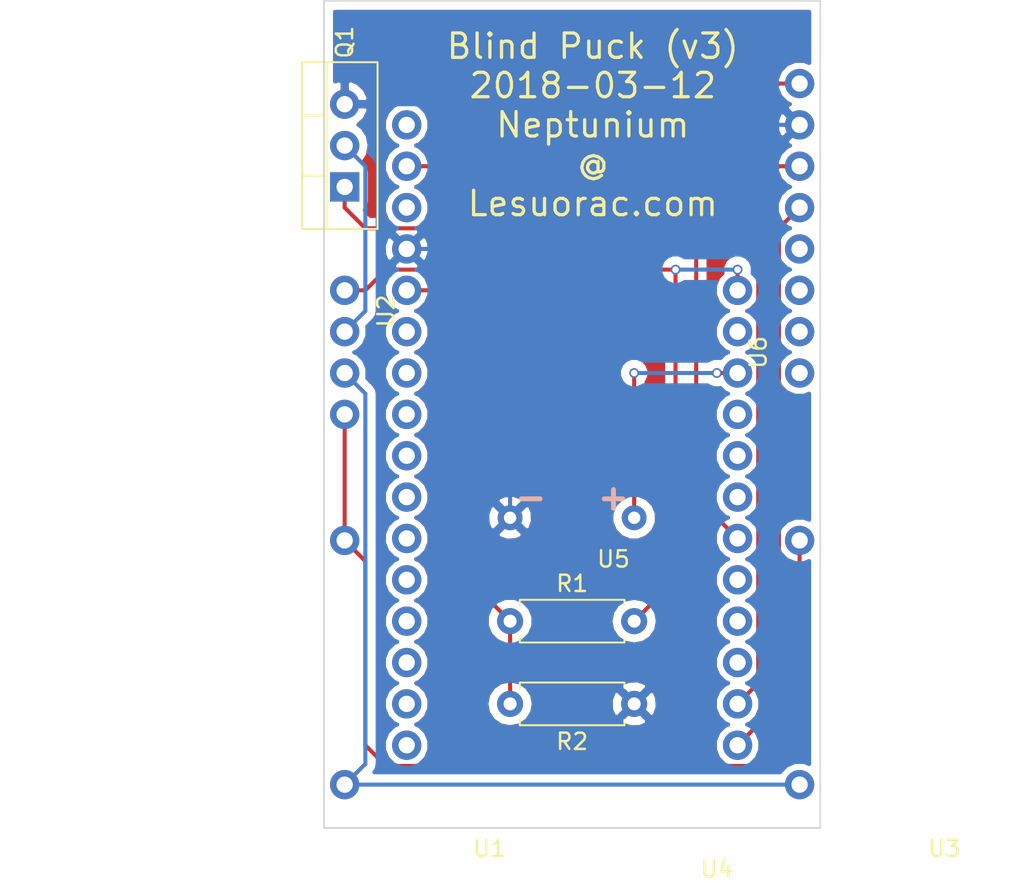
<source format=kicad_pcb>
(kicad_pcb (version 4) (host pcbnew 4.0.7)

  (general
    (links 18)
    (no_connects 0)
    (area 124.755 73.609999 187.995001 126.805)
    (thickness 1.6)
    (drawings 7)
    (tracks 60)
    (zones 0)
    (modules 9)
    (nets 30)
  )

  (page A4)
  (layers
    (0 F.Cu signal)
    (31 B.Cu signal)
    (32 B.Adhes user)
    (33 F.Adhes user)
    (34 B.Paste user)
    (35 F.Paste user)
    (36 B.SilkS user)
    (37 F.SilkS user)
    (38 B.Mask user)
    (39 F.Mask user)
    (40 Dwgs.User user)
    (41 Cmts.User user)
    (42 Eco1.User user)
    (43 Eco2.User user)
    (44 Edge.Cuts user)
    (45 Margin user)
    (46 B.CrtYd user)
    (47 F.CrtYd user)
    (48 B.Fab user)
    (49 F.Fab user)
  )

  (setup
    (last_trace_width 0.25)
    (trace_clearance 0.2)
    (zone_clearance 0.508)
    (zone_45_only no)
    (trace_min 0.2)
    (segment_width 0.1)
    (edge_width 0.1)
    (via_size 0.6)
    (via_drill 0.4)
    (via_min_size 0.4)
    (via_min_drill 0.3)
    (uvia_size 0.3)
    (uvia_drill 0.1)
    (uvias_allowed no)
    (uvia_min_size 0.2)
    (uvia_min_drill 0.1)
    (pcb_text_width 0.3)
    (pcb_text_size 1.5 1.5)
    (mod_edge_width 0.15)
    (mod_text_size 1 1)
    (mod_text_width 0.15)
    (pad_size 1.5 1.5)
    (pad_drill 0.6)
    (pad_to_mask_clearance 0)
    (aux_axis_origin 0 0)
    (visible_elements FFFFFF7F)
    (pcbplotparams
      (layerselection 0x00030_80000001)
      (usegerberextensions false)
      (excludeedgelayer true)
      (linewidth 0.100000)
      (plotframeref false)
      (viasonmask false)
      (mode 1)
      (useauxorigin false)
      (hpglpennumber 1)
      (hpglpenspeed 20)
      (hpglpendiameter 15)
      (hpglpenoverlay 2)
      (psnegative false)
      (psa4output false)
      (plotreference true)
      (plotvalue true)
      (plotinvisibletext false)
      (padsonsilk false)
      (subtractmaskfromsilk false)
      (outputformat 1)
      (mirror false)
      (drillshape 1)
      (scaleselection 1)
      (outputdirectory /Users/jeffrey.carter/Desktop/SAM/))
  )

  (net 0 "")
  (net 1 "/EN(12v)")
  (net 2 "Net-(Q1-Pad2)")
  (net 3 GND)
  (net 4 "Net-(R1-Pad1)")
  (net 5 /BATTERY)
  (net 6 /12v)
  (net 7 "/GND(12v)")
  (net 8 "Net-(U4-Pad1)")
  (net 9 /3v)
  (net 10 "Net-(U4-Pad11)")
  (net 11 "Net-(U4-Pad12)")
  (net 12 "Net-(U4-Pad13)")
  (net 13 "Net-(U4-Pad14)")
  (net 14 "Net-(U4-Pad15)")
  (net 15 "Net-(U4-Pad16)")
  (net 16 "Net-(U4-Pad17)")
  (net 17 "Net-(U4-Pad18)")
  (net 18 "Net-(U4-Pad19)")
  (net 19 "Net-(U4-Pad20)")
  (net 20 "Net-(U4-Pad21)")
  (net 21 "Net-(U4-Pad23)")
  (net 22 "Net-(U4-Pad24)")
  (net 23 "Net-(U4-Pad25)")
  (net 24 /5v)
  (net 25 "Net-(U4-Pad27)")
  (net 26 "Net-(U6-Pad5)")
  (net 27 "Net-(U6-Pad6)")
  (net 28 "Net-(U6-Pad7)")
  (net 29 "Net-(U6-Pad8)")

  (net_class Default "This is the default net class."
    (clearance 0.2)
    (trace_width 0.25)
    (via_dia 0.6)
    (via_drill 0.4)
    (uvia_dia 0.3)
    (uvia_drill 0.1)
    (add_net /12v)
    (add_net /3v)
    (add_net /5v)
    (add_net /BATTERY)
    (add_net "/EN(12v)")
    (add_net "/GND(12v)")
    (add_net GND)
    (add_net "Net-(Q1-Pad2)")
    (add_net "Net-(R1-Pad1)")
    (add_net "Net-(U4-Pad1)")
    (add_net "Net-(U4-Pad11)")
    (add_net "Net-(U4-Pad12)")
    (add_net "Net-(U4-Pad13)")
    (add_net "Net-(U4-Pad14)")
    (add_net "Net-(U4-Pad15)")
    (add_net "Net-(U4-Pad16)")
    (add_net "Net-(U4-Pad17)")
    (add_net "Net-(U4-Pad18)")
    (add_net "Net-(U4-Pad19)")
    (add_net "Net-(U4-Pad20)")
    (add_net "Net-(U4-Pad21)")
    (add_net "Net-(U4-Pad23)")
    (add_net "Net-(U4-Pad24)")
    (add_net "Net-(U4-Pad25)")
    (add_net "Net-(U4-Pad27)")
    (add_net "Net-(U6-Pad5)")
    (add_net "Net-(U6-Pad6)")
    (add_net "Net-(U6-Pad7)")
    (add_net "Net-(U6-Pad8)")
  )

  (module Resistors_THT:R_Axial_DIN0207_L6.3mm_D2.5mm_P7.62mm_Horizontal (layer F.Cu) (tedit 5874F706) (tstamp 5A977C64)
    (at 163.83 116.84 180)
    (descr "Resistor, Axial_DIN0207 series, Axial, Horizontal, pin pitch=7.62mm, 0.25W = 1/4W, length*diameter=6.3*2.5mm^2, http://cdn-reichelt.de/documents/datenblatt/B400/1_4W%23YAG.pdf")
    (tags "Resistor Axial_DIN0207 series Axial Horizontal pin pitch 7.62mm 0.25W = 1/4W length 6.3mm diameter 2.5mm")
    (path /5A96F46B)
    (fp_text reference R2 (at 3.81 -2.31 180) (layer F.SilkS)
      (effects (font (size 1 1) (thickness 0.15)))
    )
    (fp_text value 1M (at 3.81 2.31 180) (layer F.Fab)
      (effects (font (size 1 1) (thickness 0.15)))
    )
    (fp_line (start 0.66 -1.25) (end 0.66 1.25) (layer F.Fab) (width 0.1))
    (fp_line (start 0.66 1.25) (end 6.96 1.25) (layer F.Fab) (width 0.1))
    (fp_line (start 6.96 1.25) (end 6.96 -1.25) (layer F.Fab) (width 0.1))
    (fp_line (start 6.96 -1.25) (end 0.66 -1.25) (layer F.Fab) (width 0.1))
    (fp_line (start 0 0) (end 0.66 0) (layer F.Fab) (width 0.1))
    (fp_line (start 7.62 0) (end 6.96 0) (layer F.Fab) (width 0.1))
    (fp_line (start 0.6 -0.98) (end 0.6 -1.31) (layer F.SilkS) (width 0.12))
    (fp_line (start 0.6 -1.31) (end 7.02 -1.31) (layer F.SilkS) (width 0.12))
    (fp_line (start 7.02 -1.31) (end 7.02 -0.98) (layer F.SilkS) (width 0.12))
    (fp_line (start 0.6 0.98) (end 0.6 1.31) (layer F.SilkS) (width 0.12))
    (fp_line (start 0.6 1.31) (end 7.02 1.31) (layer F.SilkS) (width 0.12))
    (fp_line (start 7.02 1.31) (end 7.02 0.98) (layer F.SilkS) (width 0.12))
    (fp_line (start -1.05 -1.6) (end -1.05 1.6) (layer F.CrtYd) (width 0.05))
    (fp_line (start -1.05 1.6) (end 8.7 1.6) (layer F.CrtYd) (width 0.05))
    (fp_line (start 8.7 1.6) (end 8.7 -1.6) (layer F.CrtYd) (width 0.05))
    (fp_line (start 8.7 -1.6) (end -1.05 -1.6) (layer F.CrtYd) (width 0.05))
    (pad 1 thru_hole circle (at 0 0 180) (size 1.6 1.6) (drill 0.8) (layers *.Cu *.Mask)
      (net 3 GND))
    (pad 2 thru_hole oval (at 7.62 0 180) (size 1.6 1.6) (drill 0.8) (layers *.Cu *.Mask)
      (net 4 "Net-(R1-Pad1)"))
    (model ${KISYS3DMOD}/Resistors_THT.3dshapes/R_Axial_DIN0207_L6.3mm_D2.5mm_P7.62mm_Horizontal.wrl
      (at (xyz 0 0 0))
      (scale (xyz 0.393701 0.393701 0.393701))
      (rotate (xyz 0 0 0))
    )
  )

  (module Resistors_THT:R_Axial_DIN0207_L6.3mm_D2.5mm_P7.62mm_Horizontal (layer F.Cu) (tedit 5874F706) (tstamp 5A977C5E)
    (at 156.21 111.76)
    (descr "Resistor, Axial_DIN0207 series, Axial, Horizontal, pin pitch=7.62mm, 0.25W = 1/4W, length*diameter=6.3*2.5mm^2, http://cdn-reichelt.de/documents/datenblatt/B400/1_4W%23YAG.pdf")
    (tags "Resistor Axial_DIN0207 series Axial Horizontal pin pitch 7.62mm 0.25W = 1/4W length 6.3mm diameter 2.5mm")
    (path /5A96F3B1)
    (fp_text reference R1 (at 3.81 -2.31) (layer F.SilkS)
      (effects (font (size 1 1) (thickness 0.15)))
    )
    (fp_text value 4M (at 3.81 2.31) (layer F.Fab)
      (effects (font (size 1 1) (thickness 0.15)))
    )
    (fp_line (start 0.66 -1.25) (end 0.66 1.25) (layer F.Fab) (width 0.1))
    (fp_line (start 0.66 1.25) (end 6.96 1.25) (layer F.Fab) (width 0.1))
    (fp_line (start 6.96 1.25) (end 6.96 -1.25) (layer F.Fab) (width 0.1))
    (fp_line (start 6.96 -1.25) (end 0.66 -1.25) (layer F.Fab) (width 0.1))
    (fp_line (start 0 0) (end 0.66 0) (layer F.Fab) (width 0.1))
    (fp_line (start 7.62 0) (end 6.96 0) (layer F.Fab) (width 0.1))
    (fp_line (start 0.6 -0.98) (end 0.6 -1.31) (layer F.SilkS) (width 0.12))
    (fp_line (start 0.6 -1.31) (end 7.02 -1.31) (layer F.SilkS) (width 0.12))
    (fp_line (start 7.02 -1.31) (end 7.02 -0.98) (layer F.SilkS) (width 0.12))
    (fp_line (start 0.6 0.98) (end 0.6 1.31) (layer F.SilkS) (width 0.12))
    (fp_line (start 0.6 1.31) (end 7.02 1.31) (layer F.SilkS) (width 0.12))
    (fp_line (start 7.02 1.31) (end 7.02 0.98) (layer F.SilkS) (width 0.12))
    (fp_line (start -1.05 -1.6) (end -1.05 1.6) (layer F.CrtYd) (width 0.05))
    (fp_line (start -1.05 1.6) (end 8.7 1.6) (layer F.CrtYd) (width 0.05))
    (fp_line (start 8.7 1.6) (end 8.7 -1.6) (layer F.CrtYd) (width 0.05))
    (fp_line (start 8.7 -1.6) (end -1.05 -1.6) (layer F.CrtYd) (width 0.05))
    (pad 1 thru_hole circle (at 0 0) (size 1.6 1.6) (drill 0.8) (layers *.Cu *.Mask)
      (net 4 "Net-(R1-Pad1)"))
    (pad 2 thru_hole oval (at 7.62 0) (size 1.6 1.6) (drill 0.8) (layers *.Cu *.Mask)
      (net 5 /BATTERY))
    (model ${KISYS3DMOD}/Resistors_THT.3dshapes/R_Axial_DIN0207_L6.3mm_D2.5mm_P7.62mm_Horizontal.wrl
      (at (xyz 0 0 0))
      (scale (xyz 0.393701 0.393701 0.393701))
      (rotate (xyz 0 0 0))
    )
  )

  (module TO_SOT_Packages_THT:TO-220-3_Vertical (layer F.Cu) (tedit 5A9790BA) (tstamp 5A977C58)
    (at 146.05 85.09 90)
    (descr "TO-220-3, Vertical, RM 2.54mm")
    (tags "TO-220-3 Vertical RM 2.54mm")
    (path /5A97569B)
    (fp_text reference Q1 (at 8.89 0 90) (layer F.SilkS)
      (effects (font (size 1 1) (thickness 0.15)))
    )
    (fp_text value FQP30N06 (at 2.54 3.92 90) (layer F.Fab)
      (effects (font (size 1 1) (thickness 0.15)))
    )
    (fp_text user %R (at 2.54 -3.62 90) (layer F.Fab)
      (effects (font (size 1 1) (thickness 0.15)))
    )
    (fp_line (start -2.46 -2.5) (end -2.46 1.9) (layer F.Fab) (width 0.1))
    (fp_line (start -2.46 1.9) (end 7.54 1.9) (layer F.Fab) (width 0.1))
    (fp_line (start 7.54 1.9) (end 7.54 -2.5) (layer F.Fab) (width 0.1))
    (fp_line (start 7.54 -2.5) (end -2.46 -2.5) (layer F.Fab) (width 0.1))
    (fp_line (start -2.46 -1.23) (end 7.54 -1.23) (layer F.Fab) (width 0.1))
    (fp_line (start 0.69 -2.5) (end 0.69 -1.23) (layer F.Fab) (width 0.1))
    (fp_line (start 4.39 -2.5) (end 4.39 -1.23) (layer F.Fab) (width 0.1))
    (fp_line (start -2.58 -2.62) (end 7.66 -2.62) (layer F.SilkS) (width 0.12))
    (fp_line (start -2.58 2.021) (end 7.66 2.021) (layer F.SilkS) (width 0.12))
    (fp_line (start -2.58 -2.62) (end -2.58 2.021) (layer F.SilkS) (width 0.12))
    (fp_line (start 7.66 -2.62) (end 7.66 2.021) (layer F.SilkS) (width 0.12))
    (fp_line (start -2.58 -1.11) (end 7.66 -1.11) (layer F.SilkS) (width 0.12))
    (fp_line (start 0.69 -2.62) (end 0.69 -1.11) (layer F.SilkS) (width 0.12))
    (fp_line (start 4.391 -2.62) (end 4.391 -1.11) (layer F.SilkS) (width 0.12))
    (fp_line (start -2.71 -2.75) (end -2.71 2.16) (layer F.CrtYd) (width 0.05))
    (fp_line (start -2.71 2.16) (end 7.79 2.16) (layer F.CrtYd) (width 0.05))
    (fp_line (start 7.79 2.16) (end 7.79 -2.75) (layer F.CrtYd) (width 0.05))
    (fp_line (start 7.79 -2.75) (end -2.71 -2.75) (layer F.CrtYd) (width 0.05))
    (pad 1 thru_hole rect (at 0 0 90) (size 1.8 1.8) (drill 1) (layers *.Cu *.Mask)
      (net 1 "/EN(12v)"))
    (pad 2 thru_hole oval (at 2.54 0 90) (size 1.8 1.8) (drill 1) (layers *.Cu *.Mask)
      (net 2 "Net-(Q1-Pad2)"))
    (pad 3 thru_hole oval (at 5.08 0 90) (size 1.8 1.8) (drill 1) (layers *.Cu *.Mask)
      (net 3 GND))
    (model ${KISYS3DMOD}/TO_SOT_Packages_THT.3dshapes/TO-220-3_Vertical.wrl
      (at (xyz 0.1 0 0))
      (scale (xyz 0.393701 0.393701 0.393701))
      (rotate (xyz 0 0 0))
    )
  )

  (module BlindPuck:DD06AJSA (layer F.Cu) (tedit 5AA70ADB) (tstamp 5A977C73)
    (at 147.32 100.33 90)
    (path /5A96E7B0)
    (fp_text reference U2 (at 7.62 1.27 90) (layer F.SilkS)
      (effects (font (size 1 1) (thickness 0.15)))
    )
    (fp_text value DD06AJSA (at 5.08 -21.59 90) (layer F.Fab)
      (effects (font (size 1 1) (thickness 0.15)))
    )
    (fp_line (start 10.16 0) (end 10.16 -20) (layer F.Fab) (width 0.15))
    (fp_line (start 0 -20) (end 10.16 -20) (layer F.Fab) (width 0.15))
    (fp_line (start 0 0) (end 10.16 0) (layer F.Fab) (width 0.15))
    (fp_line (start 0 0) (end 0 -20) (layer F.Fab) (width 0.15))
    (pad 1 thru_hole circle (at 1.27 -1.27 90) (size 1.8 1.8) (drill 1) (layers *.Cu *.Mask)
      (net 6 /12v))
    (pad 2 thru_hole circle (at 3.81 -1.27 90) (size 1.8 1.8) (drill 1) (layers *.Cu *.Mask)
      (net 7 "/GND(12v)"))
    (pad 3 thru_hole circle (at 6.35 -1.27 90) (size 1.8 1.8) (drill 1) (layers *.Cu *.Mask)
      (net 2 "Net-(Q1-Pad2)"))
    (pad 4 thru_hole circle (at 8.89 -1.27 90) (size 1.8 1.8) (drill 1) (layers *.Cu *.Mask)
      (net 5 /BATTERY))
  )

  (module BlindPuck:21N30P (layer F.Cu) (tedit 5AA70AA4) (tstamp 5A977C7A)
    (at 173.99 114.3)
    (path /5A96E945)
    (fp_text reference U3 (at 8.89 11.43) (layer F.SilkS)
      (effects (font (size 1 1) (thickness 0.15)))
    )
    (fp_text value PK-21N30P-TPQ (at 0 -13.97) (layer F.Fab)
      (effects (font (size 1 1) (thickness 0.15)))
    )
    (fp_circle (center 0 0) (end 0 12) (layer F.Fab) (width 0.15))
    (pad 1 thru_hole circle (at 0 -7.5) (size 1.8 1.8) (drill 1) (layers *.Cu *.Mask)
      (net 6 /12v))
    (pad 2 thru_hole circle (at 0 7.5) (size 1.8 1.8) (drill 1) (layers *.Cu *.Mask)
      (net 7 "/GND(12v)"))
  )

  (module BlindPuck:21N30P (layer F.Cu) (tedit 5AA70AA4) (tstamp 5A977C6B)
    (at 146.05 114.3)
    (path /5A96E8EF)
    (fp_text reference U1 (at 8.89 11.43) (layer F.SilkS)
      (effects (font (size 1 1) (thickness 0.15)))
    )
    (fp_text value PK-21N30P-TPQ (at 0 -13.97) (layer F.Fab)
      (effects (font (size 1 1) (thickness 0.15)))
    )
    (fp_circle (center 0 0) (end 0 12) (layer F.Fab) (width 0.15))
    (pad 1 thru_hole circle (at 0 -7.5) (size 1.8 1.8) (drill 1) (layers *.Cu *.Mask)
      (net 6 /12v))
    (pad 2 thru_hole circle (at 0 7.5) (size 1.8 1.8) (drill 1) (layers *.Cu *.Mask)
      (net 7 "/GND(12v)"))
  )

  (module BlindPuck:MPU6050 (layer F.Cu) (tedit 5AA70D3A) (tstamp 5A977CAC)
    (at 172.72 77.47 270)
    (path /5A96E8AB)
    (fp_text reference U6 (at 17.78 1.27 270) (layer F.SilkS)
      (effects (font (size 1 1) (thickness 0.15)))
    )
    (fp_text value MPU-6050 (at 10.16 -13.97 270) (layer F.Fab)
      (effects (font (size 1 1) (thickness 0.15)))
    )
    (fp_line (start 20 0) (end 20 -15) (layer F.Fab) (width 0.15))
    (fp_line (start 0 -15) (end 20 -15) (layer F.Fab) (width 0.15))
    (fp_line (start 0 0) (end 0 -15) (layer F.Fab) (width 0.15))
    (fp_line (start 0 0) (end 20 0) (layer F.Fab) (width 0.15))
    (pad 1 thru_hole circle (at 1.27 -1.27 270) (size 1.8 1.8) (drill 1) (layers *.Cu *.Mask)
      (net 9 /3v))
    (pad 2 thru_hole circle (at 3.81 -1.27 270) (size 1.8 1.8) (drill 1) (layers *.Cu *.Mask)
      (net 3 GND))
    (pad 3 thru_hole circle (at 6.35 -1.27 270) (size 1.8 1.8) (drill 1) (layers *.Cu *.Mask)
      (net 17 "Net-(U4-Pad18)"))
    (pad 4 thru_hole circle (at 8.89 -1.27 270) (size 1.8 1.8) (drill 1) (layers *.Cu *.Mask)
      (net 16 "Net-(U4-Pad17)"))
    (pad 5 thru_hole circle (at 11.43 -1.27 270) (size 1.8 1.8) (drill 1) (layers *.Cu *.Mask)
      (net 26 "Net-(U6-Pad5)"))
    (pad 6 thru_hole circle (at 13.97 -1.27 270) (size 1.8 1.8) (drill 1) (layers *.Cu *.Mask)
      (net 27 "Net-(U6-Pad6)"))
    (pad 7 thru_hole circle (at 16.51 -1.27 270) (size 1.8 1.8) (drill 1) (layers *.Cu *.Mask)
      (net 28 "Net-(U6-Pad7)"))
    (pad 8 thru_hole circle (at 19.05 -1.27 270) (size 1.8 1.8) (drill 1) (layers *.Cu *.Mask)
      (net 29 "Net-(U6-Pad8)"))
  )

  (module "BlindPuck:InductiveCoils(Rx)" (layer F.Cu) (tedit 5A979006) (tstamp 5A977CA0)
    (at 154.94 106.68)
    (path /5A970AC3)
    (fp_text reference U5 (at 7.62 1.27) (layer F.SilkS)
      (effects (font (size 1 1) (thickness 0.15)))
    )
    (fp_text value InductiveCoil (at 5.08 -25.4) (layer F.Fab)
      (effects (font (size 1 1) (thickness 0.15)))
    )
    (fp_line (start 0 0) (end 9.8 0) (layer F.Fab) (width 0.15))
    (fp_line (start 0 -24.13) (end 0 0) (layer F.Fab) (width 0.15))
    (fp_line (start 9.8 -24.13) (end 9.8 0.07) (layer F.Fab) (width 0.15))
    (fp_line (start 0 -24.13) (end 9.8 -24.13) (layer F.Fab) (width 0.15))
    (pad 1 thru_hole circle (at 8.89 -1.27) (size 1.524 1.524) (drill 0.762) (layers *.Cu *.Mask)
      (net 24 /5v))
    (pad 2 thru_hole circle (at 1.27 -1.27) (size 1.524 1.524) (drill 0.762) (layers *.Cu *.Mask)
      (net 3 GND))
  )

  (module BlindPuck:Feather (layer F.Cu) (tedit 5AA70C2C) (tstamp 5A977C9A)
    (at 148.59 111.76)
    (path /5A9761C2)
    (fp_text reference U4 (at 20.32 15.24) (layer F.SilkS)
      (effects (font (size 1 1) (thickness 0.15)))
    )
    (fp_text value FeatherHuzzah (at 11.43 -35.56 180) (layer F.Fab)
      (effects (font (size 1 1) (thickness 0.15)))
    )
    (fp_line (start 0 13.97) (end 0 -36.83) (layer F.Fab) (width 0.15))
    (fp_line (start 22.86 13.97) (end 0 13.97) (layer F.Fab) (width 0.15))
    (fp_line (start 0 -36.83) (end 22.86 -36.83) (layer F.Fab) (width 0.15))
    (fp_line (start 22.86 -36.83) (end 22.86 13.97) (layer F.Fab) (width 0.15))
    (pad 1 thru_hole circle (at 1.27 -30.48) (size 1.8 1.8) (drill 1) (layers *.Cu *.Mask)
      (net 8 "Net-(U4-Pad1)"))
    (pad 2 thru_hole circle (at 1.27 -27.94) (size 1.8 1.8) (drill 1) (layers *.Cu *.Mask)
      (net 9 /3v))
    (pad 3 thru_hole circle (at 1.27 -25.4) (size 1.8 1.8) (drill 1) (layers *.Cu *.Mask))
    (pad 4 thru_hole circle (at 1.27 -22.86) (size 1.8 1.8) (drill 1) (layers *.Cu *.Mask)
      (net 3 GND))
    (pad 5 thru_hole circle (at 1.27 -20.32) (size 1.8 1.8) (drill 1) (layers *.Cu *.Mask)
      (net 4 "Net-(R1-Pad1)"))
    (pad 6 thru_hole circle (at 1.27 -17.78) (size 1.8 1.8) (drill 1) (layers *.Cu *.Mask))
    (pad 7 thru_hole circle (at 1.27 -15.24) (size 1.8 1.8) (drill 1) (layers *.Cu *.Mask))
    (pad 8 thru_hole circle (at 1.27 -12.7) (size 1.8 1.8) (drill 1) (layers *.Cu *.Mask))
    (pad 9 thru_hole circle (at 1.27 -10.16) (size 1.8 1.8) (drill 1) (layers *.Cu *.Mask))
    (pad 10 thru_hole circle (at 1.27 -7.62) (size 1.8 1.8) (drill 1) (layers *.Cu *.Mask))
    (pad 11 thru_hole circle (at 1.27 -5.08) (size 1.8 1.8) (drill 1) (layers *.Cu *.Mask)
      (net 10 "Net-(U4-Pad11)"))
    (pad 12 thru_hole circle (at 1.27 -2.54) (size 1.8 1.8) (drill 1) (layers *.Cu *.Mask)
      (net 11 "Net-(U4-Pad12)"))
    (pad 13 thru_hole circle (at 1.27 0) (size 1.8 1.8) (drill 1) (layers *.Cu *.Mask)
      (net 12 "Net-(U4-Pad13)"))
    (pad 14 thru_hole circle (at 1.27 2.54) (size 1.8 1.8) (drill 1) (layers *.Cu *.Mask)
      (net 13 "Net-(U4-Pad14)"))
    (pad 15 thru_hole circle (at 1.27 5.08) (size 1.8 1.8) (drill 1) (layers *.Cu *.Mask)
      (net 14 "Net-(U4-Pad15)"))
    (pad 16 thru_hole circle (at 1.27 7.62) (size 1.8 1.8) (drill 1) (layers *.Cu *.Mask)
      (net 15 "Net-(U4-Pad16)"))
    (pad 17 thru_hole circle (at 21.59 7.62) (size 1.8 1.8) (drill 1) (layers *.Cu *.Mask)
      (net 16 "Net-(U4-Pad17)"))
    (pad 18 thru_hole circle (at 21.59 5.08) (size 1.8 1.8) (drill 1) (layers *.Cu *.Mask)
      (net 17 "Net-(U4-Pad18)"))
    (pad 19 thru_hole circle (at 21.59 2.54) (size 1.8 1.8) (drill 1) (layers *.Cu *.Mask)
      (net 18 "Net-(U4-Pad19)"))
    (pad 20 thru_hole circle (at 21.59 0) (size 1.8 1.8) (drill 1) (layers *.Cu *.Mask)
      (net 19 "Net-(U4-Pad20)"))
    (pad 21 thru_hole circle (at 21.59 -2.54) (size 1.8 1.8) (drill 1) (layers *.Cu *.Mask)
      (net 20 "Net-(U4-Pad21)"))
    (pad 22 thru_hole circle (at 21.59 -5.08) (size 1.8 1.8) (drill 1) (layers *.Cu *.Mask)
      (net 1 "/EN(12v)"))
    (pad 23 thru_hole circle (at 21.59 -7.62) (size 1.8 1.8) (drill 1) (layers *.Cu *.Mask)
      (net 21 "Net-(U4-Pad23)"))
    (pad 24 thru_hole circle (at 21.59 -10.16) (size 1.8 1.8) (drill 1) (layers *.Cu *.Mask)
      (net 22 "Net-(U4-Pad24)"))
    (pad 25 thru_hole circle (at 21.59 -12.7) (size 1.8 1.8) (drill 1) (layers *.Cu *.Mask)
      (net 23 "Net-(U4-Pad25)"))
    (pad 26 thru_hole circle (at 21.59 -15.24) (size 1.8 1.8) (drill 1) (layers *.Cu *.Mask)
      (net 24 /5v))
    (pad 27 thru_hole circle (at 21.59 -17.78) (size 1.8 1.8) (drill 1) (layers *.Cu *.Mask)
      (net 25 "Net-(U4-Pad27)"))
    (pad 28 thru_hole circle (at 21.59 -20.32) (size 1.8 1.8) (drill 1) (layers *.Cu *.Mask)
      (net 5 /BATTERY))
  )

  (gr_text + (at 162.56 104.14) (layer B.SilkS)
    (effects (font (size 1.5 1.5) (thickness 0.3)))
  )
  (gr_text - (at 157.48 104.14) (layer B.SilkS)
    (effects (font (size 1.5 1.5) (thickness 0.3)))
  )
  (gr_text "Blind Puck (v3)\n2018-03-12\nNeptunium\n@\nLesuorac.com" (at 161.29 81.28) (layer F.SilkS)
    (effects (font (size 1.5 1.5) (thickness 0.2)))
  )
  (gr_line (start 144.78 124.46) (end 144.78 73.66) (angle 90) (layer Edge.Cuts) (width 0.1))
  (gr_line (start 175.26 124.46) (end 175.26 73.66) (angle 90) (layer Edge.Cuts) (width 0.1))
  (gr_line (start 144.78 124.46) (end 175.26 124.46) (angle 90) (layer Edge.Cuts) (width 0.1))
  (gr_line (start 175.26 73.66) (end 144.78 73.66) (angle 90) (layer Edge.Cuts) (width 0.1))

  (segment (start 146.05 85.09) (end 146.05 86.36) (width 0.25) (layer F.Cu) (net 1))
  (segment (start 167.64 104.14) (end 170.18 106.68) (width 0.25) (layer F.Cu) (net 1) (tstamp 5A9782C3))
  (segment (start 167.64 88.9) (end 167.64 104.14) (width 0.25) (layer F.Cu) (net 1) (tstamp 5A9782BF))
  (segment (start 166.37 87.63) (end 167.64 88.9) (width 0.25) (layer F.Cu) (net 1) (tstamp 5A9782BE))
  (segment (start 147.32 87.63) (end 166.37 87.63) (width 0.25) (layer F.Cu) (net 1) (tstamp 5A9782BC))
  (segment (start 146.05 86.36) (end 147.32 87.63) (width 0.25) (layer F.Cu) (net 1) (tstamp 5A9782B2))
  (segment (start 146.05 93.98) (end 147.32 92.71) (width 0.25) (layer B.Cu) (net 2))
  (segment (start 147.32 83.82) (end 146.05 82.55) (width 0.25) (layer B.Cu) (net 2) (tstamp 5A9782AA))
  (segment (start 147.32 92.71) (end 147.32 83.82) (width 0.25) (layer B.Cu) (net 2) (tstamp 5A9782A4))
  (segment (start 149.86 88.9) (end 160.02 88.9) (width 0.25) (layer B.Cu) (net 3))
  (segment (start 161.29 114.3) (end 163.83 116.84) (width 0.25) (layer B.Cu) (net 3) (tstamp 5A978354))
  (segment (start 161.29 90.17) (end 161.29 114.3) (width 0.25) (layer B.Cu) (net 3) (tstamp 5A978351))
  (segment (start 160.02 88.9) (end 161.29 90.17) (width 0.25) (layer B.Cu) (net 3) (tstamp 5A978349))
  (segment (start 149.86 88.9) (end 156.21 88.9) (width 0.25) (layer B.Cu) (net 3))
  (segment (start 173.99 81.28) (end 172.72 81.28) (width 0.25) (layer B.Cu) (net 3))
  (segment (start 171.45 80.01) (end 156.21 80.01) (width 0.25) (layer B.Cu) (net 3) (tstamp 5A9782F9))
  (segment (start 172.72 81.28) (end 171.45 80.01) (width 0.25) (layer B.Cu) (net 3) (tstamp 5A9782F4))
  (segment (start 146.05 80.01) (end 156.21 80.01) (width 0.25) (layer B.Cu) (net 3))
  (segment (start 156.21 80.01) (end 156.21 88.9) (width 0.25) (layer B.Cu) (net 3) (tstamp 5A9782DF))
  (segment (start 156.21 88.9) (end 156.21 105.41) (width 0.25) (layer B.Cu) (net 3) (tstamp 5A978347))
  (segment (start 156.21 116.84) (end 156.21 111.76) (width 0.25) (layer F.Cu) (net 4))
  (segment (start 149.86 91.44) (end 152.4 91.44) (width 0.25) (layer F.Cu) (net 4))
  (segment (start 153.67 109.22) (end 156.21 111.76) (width 0.25) (layer F.Cu) (net 4) (tstamp 5A97836B))
  (segment (start 153.67 92.71) (end 153.67 109.22) (width 0.25) (layer F.Cu) (net 4) (tstamp 5A978367))
  (segment (start 152.4 91.44) (end 153.67 92.71) (width 0.25) (layer F.Cu) (net 4) (tstamp 5A97835E))
  (segment (start 166.37 90.17) (end 166.37 109.22) (width 0.25) (layer F.Cu) (net 5))
  (segment (start 166.37 109.22) (end 163.83 111.76) (width 0.25) (layer F.Cu) (net 5) (tstamp 5A97831F))
  (segment (start 170.18 91.44) (end 170.18 90.17) (width 0.25) (layer F.Cu) (net 5))
  (segment (start 147.32 91.44) (end 146.05 91.44) (width 0.25) (layer F.Cu) (net 5) (tstamp 5A978318))
  (segment (start 148.59 90.17) (end 147.32 91.44) (width 0.25) (layer F.Cu) (net 5) (tstamp 5A978317))
  (segment (start 166.37 90.17) (end 148.59 90.17) (width 0.25) (layer F.Cu) (net 5) (tstamp 5A978316))
  (via (at 166.37 90.17) (size 0.6) (drill 0.4) (layers F.Cu B.Cu) (net 5))
  (segment (start 170.18 90.17) (end 166.37 90.17) (width 0.25) (layer B.Cu) (net 5) (tstamp 5A978313))
  (via (at 170.18 90.17) (size 0.6) (drill 0.4) (layers F.Cu B.Cu) (net 5))
  (segment (start 146.05 106.8) (end 146.05 99.06) (width 0.25) (layer F.Cu) (net 6))
  (segment (start 173.99 106.8) (end 173.99 119.38) (width 0.25) (layer F.Cu) (net 6))
  (segment (start 147.32 108.07) (end 146.05 106.8) (width 0.25) (layer F.Cu) (net 6) (tstamp 5A97825E))
  (segment (start 147.32 119.38) (end 147.32 108.07) (width 0.25) (layer F.Cu) (net 6) (tstamp 5A97825C))
  (segment (start 148.59 120.65) (end 147.32 119.38) (width 0.25) (layer F.Cu) (net 6) (tstamp 5A978252))
  (segment (start 172.72 120.65) (end 148.59 120.65) (width 0.25) (layer F.Cu) (net 6) (tstamp 5A978251))
  (segment (start 173.99 119.38) (end 172.72 120.65) (width 0.25) (layer F.Cu) (net 6) (tstamp 5A97824F))
  (segment (start 146.05 96.52) (end 147.32 97.79) (width 0.25) (layer B.Cu) (net 7))
  (segment (start 147.32 120.53) (end 146.05 121.8) (width 0.25) (layer B.Cu) (net 7) (tstamp 5A978289))
  (segment (start 147.32 97.79) (end 147.32 120.53) (width 0.25) (layer B.Cu) (net 7) (tstamp 5A978285))
  (segment (start 173.99 121.8) (end 146.05 121.8) (width 0.25) (layer B.Cu) (net 7))
  (segment (start 149.86 83.82) (end 167.64 83.82) (width 0.25) (layer F.Cu) (net 9))
  (segment (start 172.72 78.74) (end 173.99 78.74) (width 0.25) (layer F.Cu) (net 9) (tstamp 5A978306))
  (segment (start 167.64 83.82) (end 172.72 78.74) (width 0.25) (layer F.Cu) (net 9) (tstamp 5A978303))
  (segment (start 173.99 86.36) (end 172.72 87.63) (width 0.25) (layer F.Cu) (net 16))
  (segment (start 172.72 116.84) (end 170.18 119.38) (width 0.25) (layer F.Cu) (net 16) (tstamp 5A978146))
  (segment (start 172.72 87.63) (end 172.72 116.84) (width 0.25) (layer F.Cu) (net 16) (tstamp 5A978144))
  (segment (start 173.99 83.82) (end 172.72 83.82) (width 0.25) (layer F.Cu) (net 17))
  (segment (start 171.45 115.57) (end 170.18 116.84) (width 0.25) (layer F.Cu) (net 17) (tstamp 5A978140))
  (segment (start 171.45 85.09) (end 171.45 115.57) (width 0.25) (layer F.Cu) (net 17) (tstamp 5A97813C))
  (segment (start 172.72 83.82) (end 171.45 85.09) (width 0.25) (layer F.Cu) (net 17) (tstamp 5A978130))
  (segment (start 170.18 96.52) (end 168.91 96.52) (width 0.25) (layer F.Cu) (net 24))
  (segment (start 163.83 96.52) (end 163.83 105.41) (width 0.25) (layer F.Cu) (net 24) (tstamp 5A978333))
  (via (at 163.83 96.52) (size 0.6) (drill 0.4) (layers F.Cu B.Cu) (net 24))
  (segment (start 168.91 96.52) (end 163.83 96.52) (width 0.25) (layer B.Cu) (net 24) (tstamp 5A97832E))
  (via (at 168.91 96.52) (size 0.6) (drill 0.4) (layers F.Cu B.Cu) (net 24))

  (zone (net 3) (net_name GND) (layer B.Cu) (tstamp 5A978416) (hatch edge 0.508)
    (connect_pads (clearance 0.508))
    (min_thickness 0.254)
    (fill yes (arc_segments 16) (thermal_gap 0.508) (thermal_bridge_width 0.508))
    (polygon
      (pts
        (xy 175.26 124.46) (xy 144.78 124.46) (xy 144.78 73.66) (xy 175.26 73.66)
      )
    )
    (filled_polygon
      (pts
        (xy 174.575 77.470264) (xy 174.2691 77.343243) (xy 173.713339 77.342758) (xy 173.199697 77.55499) (xy 172.806371 77.94763)
        (xy 172.593243 78.4609) (xy 172.592758 79.016661) (xy 172.80499 79.530303) (xy 173.19763 79.923629) (xy 173.389727 80.003395)
        (xy 173.258857 80.057603) (xy 173.189392 80.299787) (xy 173.99 81.100395) (xy 174.004143 81.086253) (xy 174.183748 81.265858)
        (xy 174.169605 81.28) (xy 174.183748 81.294143) (xy 174.004143 81.473748) (xy 173.99 81.459605) (xy 173.189392 82.260213)
        (xy 173.258857 82.502397) (xy 173.399318 82.552509) (xy 173.199697 82.63499) (xy 172.806371 83.02763) (xy 172.593243 83.5409)
        (xy 172.592758 84.096661) (xy 172.80499 84.610303) (xy 173.19763 85.003629) (xy 173.405512 85.089949) (xy 173.199697 85.17499)
        (xy 172.806371 85.56763) (xy 172.593243 86.0809) (xy 172.592758 86.636661) (xy 172.80499 87.150303) (xy 173.19763 87.543629)
        (xy 173.405512 87.629949) (xy 173.199697 87.71499) (xy 172.806371 88.10763) (xy 172.593243 88.6209) (xy 172.592758 89.176661)
        (xy 172.80499 89.690303) (xy 173.19763 90.083629) (xy 173.405512 90.169949) (xy 173.199697 90.25499) (xy 172.806371 90.64763)
        (xy 172.593243 91.1609) (xy 172.592758 91.716661) (xy 172.80499 92.230303) (xy 173.19763 92.623629) (xy 173.405512 92.709949)
        (xy 173.199697 92.79499) (xy 172.806371 93.18763) (xy 172.593243 93.7009) (xy 172.592758 94.256661) (xy 172.80499 94.770303)
        (xy 173.19763 95.163629) (xy 173.405512 95.249949) (xy 173.199697 95.33499) (xy 172.806371 95.72763) (xy 172.593243 96.2409)
        (xy 172.592758 96.796661) (xy 172.80499 97.310303) (xy 173.19763 97.703629) (xy 173.7109 97.916757) (xy 174.266661 97.917242)
        (xy 174.575 97.789839) (xy 174.575 105.530264) (xy 174.2691 105.403243) (xy 173.713339 105.402758) (xy 173.199697 105.61499)
        (xy 172.806371 106.00763) (xy 172.593243 106.5209) (xy 172.592758 107.076661) (xy 172.80499 107.590303) (xy 173.19763 107.983629)
        (xy 173.7109 108.196757) (xy 174.266661 108.197242) (xy 174.575 108.069839) (xy 174.575 120.530264) (xy 174.2691 120.403243)
        (xy 173.713339 120.402758) (xy 173.199697 120.61499) (xy 172.806371 121.00763) (xy 172.79293 121.04) (xy 147.87571 121.04)
        (xy 148.022148 120.82084) (xy 148.08 120.53) (xy 148.08 97.79) (xy 148.022148 97.499161) (xy 148.022148 97.49916)
        (xy 147.857401 97.252599) (xy 147.434183 96.829381) (xy 147.446757 96.7991) (xy 147.447242 96.243339) (xy 147.23501 95.729697)
        (xy 146.84237 95.336371) (xy 146.634488 95.250051) (xy 146.840303 95.16501) (xy 147.233629 94.77237) (xy 147.446757 94.2591)
        (xy 147.447242 93.703339) (xy 147.433857 93.670945) (xy 147.857401 93.247401) (xy 148.022148 93.00084) (xy 148.08 92.71)
        (xy 148.08 91.716661) (xy 148.462758 91.716661) (xy 148.67499 92.230303) (xy 149.06763 92.623629) (xy 149.275512 92.709949)
        (xy 149.069697 92.79499) (xy 148.676371 93.18763) (xy 148.463243 93.7009) (xy 148.462758 94.256661) (xy 148.67499 94.770303)
        (xy 149.06763 95.163629) (xy 149.275512 95.249949) (xy 149.069697 95.33499) (xy 148.676371 95.72763) (xy 148.463243 96.2409)
        (xy 148.462758 96.796661) (xy 148.67499 97.310303) (xy 149.06763 97.703629) (xy 149.275512 97.789949) (xy 149.069697 97.87499)
        (xy 148.676371 98.26763) (xy 148.463243 98.7809) (xy 148.462758 99.336661) (xy 148.67499 99.850303) (xy 149.06763 100.243629)
        (xy 149.275512 100.329949) (xy 149.069697 100.41499) (xy 148.676371 100.80763) (xy 148.463243 101.3209) (xy 148.462758 101.876661)
        (xy 148.67499 102.390303) (xy 149.06763 102.783629) (xy 149.275512 102.869949) (xy 149.069697 102.95499) (xy 148.676371 103.34763)
        (xy 148.463243 103.8609) (xy 148.462758 104.416661) (xy 148.67499 104.930303) (xy 149.06763 105.323629) (xy 149.275512 105.409949)
        (xy 149.069697 105.49499) (xy 148.676371 105.88763) (xy 148.463243 106.4009) (xy 148.462758 106.956661) (xy 148.67499 107.470303)
        (xy 149.06763 107.863629) (xy 149.275512 107.949949) (xy 149.069697 108.03499) (xy 148.676371 108.42763) (xy 148.463243 108.9409)
        (xy 148.462758 109.496661) (xy 148.67499 110.010303) (xy 149.06763 110.403629) (xy 149.275512 110.489949) (xy 149.069697 110.57499)
        (xy 148.676371 110.96763) (xy 148.463243 111.4809) (xy 148.462758 112.036661) (xy 148.67499 112.550303) (xy 149.06763 112.943629)
        (xy 149.275512 113.029949) (xy 149.069697 113.11499) (xy 148.676371 113.50763) (xy 148.463243 114.0209) (xy 148.462758 114.576661)
        (xy 148.67499 115.090303) (xy 149.06763 115.483629) (xy 149.275512 115.569949) (xy 149.069697 115.65499) (xy 148.676371 116.04763)
        (xy 148.463243 116.5609) (xy 148.462758 117.116661) (xy 148.67499 117.630303) (xy 149.06763 118.023629) (xy 149.275512 118.109949)
        (xy 149.069697 118.19499) (xy 148.676371 118.58763) (xy 148.463243 119.1009) (xy 148.462758 119.656661) (xy 148.67499 120.170303)
        (xy 149.06763 120.563629) (xy 149.5809 120.776757) (xy 150.136661 120.777242) (xy 150.650303 120.56501) (xy 151.043629 120.17237)
        (xy 151.256757 119.6591) (xy 151.257242 119.103339) (xy 151.04501 118.589697) (xy 150.65237 118.196371) (xy 150.444488 118.110051)
        (xy 150.650303 118.02501) (xy 151.043629 117.63237) (xy 151.256757 117.1191) (xy 151.257 116.84) (xy 154.746887 116.84)
        (xy 154.85612 117.389151) (xy 155.167189 117.854698) (xy 155.632736 118.165767) (xy 156.181887 118.275) (xy 156.238113 118.275)
        (xy 156.787264 118.165767) (xy 157.252811 117.854698) (xy 157.257456 117.847745) (xy 163.001861 117.847745) (xy 163.075995 118.093864)
        (xy 163.613223 118.286965) (xy 164.183454 118.259778) (xy 164.584005 118.093864) (xy 164.658139 117.847745) (xy 163.83 117.019605)
        (xy 163.001861 117.847745) (xy 157.257456 117.847745) (xy 157.56388 117.389151) (xy 157.673113 116.84) (xy 157.629994 116.623223)
        (xy 162.383035 116.623223) (xy 162.410222 117.193454) (xy 162.576136 117.594005) (xy 162.822255 117.668139) (xy 163.650395 116.84)
        (xy 164.009605 116.84) (xy 164.837745 117.668139) (xy 165.083864 117.594005) (xy 165.276965 117.056777) (xy 165.249778 116.486546)
        (xy 165.083864 116.085995) (xy 164.837745 116.011861) (xy 164.009605 116.84) (xy 163.650395 116.84) (xy 162.822255 116.011861)
        (xy 162.576136 116.085995) (xy 162.383035 116.623223) (xy 157.629994 116.623223) (xy 157.56388 116.290849) (xy 157.257457 115.832255)
        (xy 163.001861 115.832255) (xy 163.83 116.660395) (xy 164.658139 115.832255) (xy 164.584005 115.586136) (xy 164.046777 115.393035)
        (xy 163.476546 115.420222) (xy 163.075995 115.586136) (xy 163.001861 115.832255) (xy 157.257457 115.832255) (xy 157.252811 115.825302)
        (xy 156.787264 115.514233) (xy 156.238113 115.405) (xy 156.181887 115.405) (xy 155.632736 115.514233) (xy 155.167189 115.825302)
        (xy 154.85612 116.290849) (xy 154.746887 116.84) (xy 151.257 116.84) (xy 151.257242 116.563339) (xy 151.04501 116.049697)
        (xy 150.65237 115.656371) (xy 150.444488 115.570051) (xy 150.650303 115.48501) (xy 151.043629 115.09237) (xy 151.256757 114.5791)
        (xy 151.257242 114.023339) (xy 151.04501 113.509697) (xy 150.65237 113.116371) (xy 150.444488 113.030051) (xy 150.650303 112.94501)
        (xy 151.043629 112.55237) (xy 151.254644 112.044187) (xy 154.774752 112.044187) (xy 154.992757 112.5718) (xy 155.396077 112.975824)
        (xy 155.923309 113.19475) (xy 156.494187 113.195248) (xy 157.0218 112.977243) (xy 157.425824 112.573923) (xy 157.64475 112.046691)
        (xy 157.645 111.76) (xy 162.366887 111.76) (xy 162.47612 112.309151) (xy 162.787189 112.774698) (xy 163.252736 113.085767)
        (xy 163.801887 113.195) (xy 163.858113 113.195) (xy 164.407264 113.085767) (xy 164.872811 112.774698) (xy 165.18388 112.309151)
        (xy 165.293113 111.76) (xy 165.18388 111.210849) (xy 164.872811 110.745302) (xy 164.407264 110.434233) (xy 163.858113 110.325)
        (xy 163.801887 110.325) (xy 163.252736 110.434233) (xy 162.787189 110.745302) (xy 162.47612 111.210849) (xy 162.366887 111.76)
        (xy 157.645 111.76) (xy 157.645248 111.475813) (xy 157.427243 110.9482) (xy 157.023923 110.544176) (xy 156.496691 110.32525)
        (xy 155.925813 110.324752) (xy 155.3982 110.542757) (xy 154.994176 110.946077) (xy 154.77525 111.473309) (xy 154.774752 112.044187)
        (xy 151.254644 112.044187) (xy 151.256757 112.0391) (xy 151.257242 111.483339) (xy 151.04501 110.969697) (xy 150.65237 110.576371)
        (xy 150.444488 110.490051) (xy 150.650303 110.40501) (xy 151.043629 110.01237) (xy 151.256757 109.4991) (xy 151.257242 108.943339)
        (xy 151.04501 108.429697) (xy 150.65237 108.036371) (xy 150.444488 107.950051) (xy 150.650303 107.86501) (xy 151.043629 107.47237)
        (xy 151.256757 106.9591) (xy 151.257242 106.403339) (xy 151.251819 106.390213) (xy 155.409392 106.390213) (xy 155.478857 106.632397)
        (xy 156.002302 106.819144) (xy 156.557368 106.791362) (xy 156.941143 106.632397) (xy 157.010608 106.390213) (xy 156.21 105.589605)
        (xy 155.409392 106.390213) (xy 151.251819 106.390213) (xy 151.04501 105.889697) (xy 150.65237 105.496371) (xy 150.444488 105.410051)
        (xy 150.650303 105.32501) (xy 150.773225 105.202302) (xy 154.800856 105.202302) (xy 154.828638 105.757368) (xy 154.987603 106.141143)
        (xy 155.229787 106.210608) (xy 156.030395 105.41) (xy 156.389605 105.41) (xy 157.190213 106.210608) (xy 157.432397 106.141143)
        (xy 157.59454 105.686661) (xy 162.432758 105.686661) (xy 162.64499 106.200303) (xy 163.03763 106.593629) (xy 163.5509 106.806757)
        (xy 164.106661 106.807242) (xy 164.620303 106.59501) (xy 165.013629 106.20237) (xy 165.226757 105.6891) (xy 165.227242 105.133339)
        (xy 165.01501 104.619697) (xy 164.62237 104.226371) (xy 164.1091 104.013243) (xy 163.553339 104.012758) (xy 163.039697 104.22499)
        (xy 162.646371 104.61763) (xy 162.433243 105.1309) (xy 162.432758 105.686661) (xy 157.59454 105.686661) (xy 157.619144 105.617698)
        (xy 157.591362 105.062632) (xy 157.432397 104.678857) (xy 157.190213 104.609392) (xy 156.389605 105.41) (xy 156.030395 105.41)
        (xy 155.229787 104.609392) (xy 154.987603 104.678857) (xy 154.800856 105.202302) (xy 150.773225 105.202302) (xy 151.043629 104.93237)
        (xy 151.252319 104.429787) (xy 155.409392 104.429787) (xy 156.21 105.230395) (xy 157.010608 104.429787) (xy 156.941143 104.187603)
        (xy 156.417698 104.000856) (xy 155.862632 104.028638) (xy 155.478857 104.187603) (xy 155.409392 104.429787) (xy 151.252319 104.429787)
        (xy 151.256757 104.4191) (xy 151.257242 103.863339) (xy 151.04501 103.349697) (xy 150.65237 102.956371) (xy 150.444488 102.870051)
        (xy 150.650303 102.78501) (xy 151.043629 102.39237) (xy 151.256757 101.8791) (xy 151.257242 101.323339) (xy 151.04501 100.809697)
        (xy 150.65237 100.416371) (xy 150.444488 100.330051) (xy 150.650303 100.24501) (xy 151.043629 99.85237) (xy 151.256757 99.3391)
        (xy 151.257242 98.783339) (xy 151.04501 98.269697) (xy 150.65237 97.876371) (xy 150.444488 97.790051) (xy 150.650303 97.70501)
        (xy 151.043629 97.31237) (xy 151.256757 96.7991) (xy 151.256838 96.705167) (xy 162.894838 96.705167) (xy 163.036883 97.048943)
        (xy 163.299673 97.312192) (xy 163.643201 97.454838) (xy 164.015167 97.455162) (xy 164.358943 97.313117) (xy 164.392118 97.28)
        (xy 168.347537 97.28) (xy 168.379673 97.312192) (xy 168.723201 97.454838) (xy 169.095167 97.455162) (xy 169.126622 97.442165)
        (xy 169.38763 97.703629) (xy 169.595512 97.789949) (xy 169.389697 97.87499) (xy 168.996371 98.26763) (xy 168.783243 98.7809)
        (xy 168.782758 99.336661) (xy 168.99499 99.850303) (xy 169.38763 100.243629) (xy 169.595512 100.329949) (xy 169.389697 100.41499)
        (xy 168.996371 100.80763) (xy 168.783243 101.3209) (xy 168.782758 101.876661) (xy 168.99499 102.390303) (xy 169.38763 102.783629)
        (xy 169.595512 102.869949) (xy 169.389697 102.95499) (xy 168.996371 103.34763) (xy 168.783243 103.8609) (xy 168.782758 104.416661)
        (xy 168.99499 104.930303) (xy 169.38763 105.323629) (xy 169.595512 105.409949) (xy 169.389697 105.49499) (xy 168.996371 105.88763)
        (xy 168.783243 106.4009) (xy 168.782758 106.956661) (xy 168.99499 107.470303) (xy 169.38763 107.863629) (xy 169.595512 107.949949)
        (xy 169.389697 108.03499) (xy 168.996371 108.42763) (xy 168.783243 108.9409) (xy 168.782758 109.496661) (xy 168.99499 110.010303)
        (xy 169.38763 110.403629) (xy 169.595512 110.489949) (xy 169.389697 110.57499) (xy 168.996371 110.96763) (xy 168.783243 111.4809)
        (xy 168.782758 112.036661) (xy 168.99499 112.550303) (xy 169.38763 112.943629) (xy 169.595512 113.029949) (xy 169.389697 113.11499)
        (xy 168.996371 113.50763) (xy 168.783243 114.0209) (xy 168.782758 114.576661) (xy 168.99499 115.090303) (xy 169.38763 115.483629)
        (xy 169.595512 115.569949) (xy 169.389697 115.65499) (xy 168.996371 116.04763) (xy 168.783243 116.5609) (xy 168.782758 117.116661)
        (xy 168.99499 117.630303) (xy 169.38763 118.023629) (xy 169.595512 118.109949) (xy 169.389697 118.19499) (xy 168.996371 118.58763)
        (xy 168.783243 119.1009) (xy 168.782758 119.656661) (xy 168.99499 120.170303) (xy 169.38763 120.563629) (xy 169.9009 120.776757)
        (xy 170.456661 120.777242) (xy 170.970303 120.56501) (xy 171.363629 120.17237) (xy 171.576757 119.6591) (xy 171.577242 119.103339)
        (xy 171.36501 118.589697) (xy 170.97237 118.196371) (xy 170.764488 118.110051) (xy 170.970303 118.02501) (xy 171.363629 117.63237)
        (xy 171.576757 117.1191) (xy 171.577242 116.563339) (xy 171.36501 116.049697) (xy 170.97237 115.656371) (xy 170.764488 115.570051)
        (xy 170.970303 115.48501) (xy 171.363629 115.09237) (xy 171.576757 114.5791) (xy 171.577242 114.023339) (xy 171.36501 113.509697)
        (xy 170.97237 113.116371) (xy 170.764488 113.030051) (xy 170.970303 112.94501) (xy 171.363629 112.55237) (xy 171.576757 112.0391)
        (xy 171.577242 111.483339) (xy 171.36501 110.969697) (xy 170.97237 110.576371) (xy 170.764488 110.490051) (xy 170.970303 110.40501)
        (xy 171.363629 110.01237) (xy 171.576757 109.4991) (xy 171.577242 108.943339) (xy 171.36501 108.429697) (xy 170.97237 108.036371)
        (xy 170.764488 107.950051) (xy 170.970303 107.86501) (xy 171.363629 107.47237) (xy 171.576757 106.9591) (xy 171.577242 106.403339)
        (xy 171.36501 105.889697) (xy 170.97237 105.496371) (xy 170.764488 105.410051) (xy 170.970303 105.32501) (xy 171.363629 104.93237)
        (xy 171.576757 104.4191) (xy 171.577242 103.863339) (xy 171.36501 103.349697) (xy 170.97237 102.956371) (xy 170.764488 102.870051)
        (xy 170.970303 102.78501) (xy 171.363629 102.39237) (xy 171.576757 101.8791) (xy 171.577242 101.323339) (xy 171.36501 100.809697)
        (xy 170.97237 100.416371) (xy 170.764488 100.330051) (xy 170.970303 100.24501) (xy 171.363629 99.85237) (xy 171.576757 99.3391)
        (xy 171.577242 98.783339) (xy 171.36501 98.269697) (xy 170.97237 97.876371) (xy 170.764488 97.790051) (xy 170.970303 97.70501)
        (xy 171.363629 97.31237) (xy 171.576757 96.7991) (xy 171.577242 96.243339) (xy 171.36501 95.729697) (xy 170.97237 95.336371)
        (xy 170.764488 95.250051) (xy 170.970303 95.16501) (xy 171.363629 94.77237) (xy 171.576757 94.2591) (xy 171.577242 93.703339)
        (xy 171.36501 93.189697) (xy 170.97237 92.796371) (xy 170.764488 92.710051) (xy 170.970303 92.62501) (xy 171.363629 92.23237)
        (xy 171.576757 91.7191) (xy 171.577242 91.163339) (xy 171.36501 90.649697) (xy 171.102437 90.386665) (xy 171.114838 90.356799)
        (xy 171.115162 89.984833) (xy 170.973117 89.641057) (xy 170.710327 89.377808) (xy 170.366799 89.235162) (xy 169.994833 89.234838)
        (xy 169.651057 89.376883) (xy 169.617882 89.41) (xy 166.932463 89.41) (xy 166.900327 89.377808) (xy 166.556799 89.235162)
        (xy 166.184833 89.234838) (xy 165.841057 89.376883) (xy 165.577808 89.639673) (xy 165.435162 89.983201) (xy 165.434838 90.355167)
        (xy 165.576883 90.698943) (xy 165.839673 90.962192) (xy 166.183201 91.104838) (xy 166.555167 91.105162) (xy 166.898943 90.963117)
        (xy 166.932118 90.93) (xy 168.879121 90.93) (xy 168.783243 91.1609) (xy 168.782758 91.716661) (xy 168.99499 92.230303)
        (xy 169.38763 92.623629) (xy 169.595512 92.709949) (xy 169.389697 92.79499) (xy 168.996371 93.18763) (xy 168.783243 93.7009)
        (xy 168.782758 94.256661) (xy 168.99499 94.770303) (xy 169.38763 95.163629) (xy 169.595512 95.249949) (xy 169.389697 95.33499)
        (xy 169.126665 95.597563) (xy 169.096799 95.585162) (xy 168.724833 95.584838) (xy 168.381057 95.726883) (xy 168.347882 95.76)
        (xy 164.392463 95.76) (xy 164.360327 95.727808) (xy 164.016799 95.585162) (xy 163.644833 95.584838) (xy 163.301057 95.726883)
        (xy 163.037808 95.989673) (xy 162.895162 96.333201) (xy 162.894838 96.705167) (xy 151.256838 96.705167) (xy 151.257242 96.243339)
        (xy 151.04501 95.729697) (xy 150.65237 95.336371) (xy 150.444488 95.250051) (xy 150.650303 95.16501) (xy 151.043629 94.77237)
        (xy 151.256757 94.2591) (xy 151.257242 93.703339) (xy 151.04501 93.189697) (xy 150.65237 92.796371) (xy 150.444488 92.710051)
        (xy 150.650303 92.62501) (xy 151.043629 92.23237) (xy 151.256757 91.7191) (xy 151.257242 91.163339) (xy 151.04501 90.649697)
        (xy 150.65237 90.256371) (xy 150.460273 90.176605) (xy 150.591143 90.122397) (xy 150.660608 89.880213) (xy 149.86 89.079605)
        (xy 149.059392 89.880213) (xy 149.128857 90.122397) (xy 149.269318 90.172509) (xy 149.069697 90.25499) (xy 148.676371 90.64763)
        (xy 148.463243 91.1609) (xy 148.462758 91.716661) (xy 148.08 91.716661) (xy 148.08 88.692302) (xy 148.450856 88.692302)
        (xy 148.478638 89.247368) (xy 148.637603 89.631143) (xy 148.879787 89.700608) (xy 149.680395 88.9) (xy 150.039605 88.9)
        (xy 150.840213 89.700608) (xy 151.082397 89.631143) (xy 151.269144 89.107698) (xy 151.241362 88.552632) (xy 151.082397 88.168857)
        (xy 150.840213 88.099392) (xy 150.039605 88.9) (xy 149.680395 88.9) (xy 148.879787 88.099392) (xy 148.637603 88.168857)
        (xy 148.450856 88.692302) (xy 148.08 88.692302) (xy 148.08 83.82) (xy 148.022148 83.529161) (xy 148.022148 83.52916)
        (xy 147.857401 83.282599) (xy 147.513637 82.938835) (xy 147.585 82.580072) (xy 147.585 82.519928) (xy 147.468155 81.932509)
        (xy 147.217022 81.556661) (xy 148.462758 81.556661) (xy 148.67499 82.070303) (xy 149.06763 82.463629) (xy 149.275512 82.549949)
        (xy 149.069697 82.63499) (xy 148.676371 83.02763) (xy 148.463243 83.5409) (xy 148.462758 84.096661) (xy 148.67499 84.610303)
        (xy 149.06763 85.003629) (xy 149.275512 85.089949) (xy 149.069697 85.17499) (xy 148.676371 85.56763) (xy 148.463243 86.0809)
        (xy 148.462758 86.636661) (xy 148.67499 87.150303) (xy 149.06763 87.543629) (xy 149.259727 87.623395) (xy 149.128857 87.677603)
        (xy 149.059392 87.919787) (xy 149.86 88.720395) (xy 150.660608 87.919787) (xy 150.591143 87.677603) (xy 150.450682 87.627491)
        (xy 150.650303 87.54501) (xy 151.043629 87.15237) (xy 151.256757 86.6391) (xy 151.257242 86.083339) (xy 151.04501 85.569697)
        (xy 150.65237 85.176371) (xy 150.444488 85.090051) (xy 150.650303 85.00501) (xy 151.043629 84.61237) (xy 151.256757 84.0991)
        (xy 151.257242 83.543339) (xy 151.04501 83.029697) (xy 150.65237 82.636371) (xy 150.444488 82.550051) (xy 150.650303 82.46501)
        (xy 151.043629 82.07237) (xy 151.256757 81.5591) (xy 151.257181 81.072302) (xy 172.580856 81.072302) (xy 172.608638 81.627368)
        (xy 172.767603 82.011143) (xy 173.009787 82.080608) (xy 173.810395 81.28) (xy 173.009787 80.479392) (xy 172.767603 80.548857)
        (xy 172.580856 81.072302) (xy 151.257181 81.072302) (xy 151.257242 81.003339) (xy 151.04501 80.489697) (xy 150.65237 80.096371)
        (xy 150.1391 79.883243) (xy 149.583339 79.882758) (xy 149.069697 80.09499) (xy 148.676371 80.48763) (xy 148.463243 81.0009)
        (xy 148.462758 81.556661) (xy 147.217022 81.556661) (xy 147.135409 81.434519) (xy 146.897418 81.275499) (xy 147.287966 80.917576)
        (xy 147.541046 80.374742) (xy 147.420997 80.137) (xy 146.177 80.137) (xy 146.177 80.157) (xy 145.923 80.157)
        (xy 145.923 80.137) (xy 145.903 80.137) (xy 145.903 79.883) (xy 145.923 79.883) (xy 145.923 78.639622)
        (xy 146.177 78.639622) (xy 146.177 79.883) (xy 147.420997 79.883) (xy 147.541046 79.645258) (xy 147.287966 79.102424)
        (xy 146.846417 78.69776) (xy 146.41474 78.518964) (xy 146.177 78.639622) (xy 145.923 78.639622) (xy 145.68526 78.518964)
        (xy 145.465 78.610193) (xy 145.465 74.345) (xy 174.575 74.345)
      )
    )
  )
  (zone (net 3) (net_name GND) (layer F.Cu) (tstamp 5A978433) (hatch edge 0.508)
    (connect_pads (clearance 0.508))
    (min_thickness 0.254)
    (fill yes (arc_segments 16) (thermal_gap 0.508) (thermal_bridge_width 0.508))
    (polygon
      (pts
        (xy 175.26 124.46) (xy 144.78 124.46) (xy 144.78 73.66) (xy 175.26 73.66)
      )
    )
    (filled_polygon
      (pts
        (xy 165.61 108.905198) (xy 164.135102 110.380096) (xy 163.858113 110.325) (xy 163.801887 110.325) (xy 163.252736 110.434233)
        (xy 162.787189 110.745302) (xy 162.47612 111.210849) (xy 162.366887 111.76) (xy 162.47612 112.309151) (xy 162.787189 112.774698)
        (xy 163.252736 113.085767) (xy 163.801887 113.195) (xy 163.858113 113.195) (xy 164.407264 113.085767) (xy 164.872811 112.774698)
        (xy 165.18388 112.309151) (xy 165.293113 111.76) (xy 165.228688 111.436114) (xy 166.907401 109.757401) (xy 167.072148 109.51084)
        (xy 167.081746 109.462586) (xy 167.13 109.22) (xy 167.13 104.704802) (xy 168.795817 106.370619) (xy 168.783243 106.4009)
        (xy 168.782758 106.956661) (xy 168.99499 107.470303) (xy 169.38763 107.863629) (xy 169.595512 107.949949) (xy 169.389697 108.03499)
        (xy 168.996371 108.42763) (xy 168.783243 108.9409) (xy 168.782758 109.496661) (xy 168.99499 110.010303) (xy 169.38763 110.403629)
        (xy 169.595512 110.489949) (xy 169.389697 110.57499) (xy 168.996371 110.96763) (xy 168.783243 111.4809) (xy 168.782758 112.036661)
        (xy 168.99499 112.550303) (xy 169.38763 112.943629) (xy 169.595512 113.029949) (xy 169.389697 113.11499) (xy 168.996371 113.50763)
        (xy 168.783243 114.0209) (xy 168.782758 114.576661) (xy 168.99499 115.090303) (xy 169.38763 115.483629) (xy 169.595512 115.569949)
        (xy 169.389697 115.65499) (xy 168.996371 116.04763) (xy 168.783243 116.5609) (xy 168.782758 117.116661) (xy 168.99499 117.630303)
        (xy 169.38763 118.023629) (xy 169.595512 118.109949) (xy 169.389697 118.19499) (xy 168.996371 118.58763) (xy 168.783243 119.1009)
        (xy 168.782758 119.656661) (xy 168.879171 119.89) (xy 151.160879 119.89) (xy 151.256757 119.6591) (xy 151.257242 119.103339)
        (xy 151.04501 118.589697) (xy 150.65237 118.196371) (xy 150.444488 118.110051) (xy 150.650303 118.02501) (xy 151.043629 117.63237)
        (xy 151.256757 117.1191) (xy 151.257242 116.563339) (xy 151.04501 116.049697) (xy 150.65237 115.656371) (xy 150.444488 115.570051)
        (xy 150.650303 115.48501) (xy 151.043629 115.09237) (xy 151.256757 114.5791) (xy 151.257242 114.023339) (xy 151.04501 113.509697)
        (xy 150.65237 113.116371) (xy 150.444488 113.030051) (xy 150.650303 112.94501) (xy 151.043629 112.55237) (xy 151.256757 112.0391)
        (xy 151.257242 111.483339) (xy 151.04501 110.969697) (xy 150.65237 110.576371) (xy 150.444488 110.490051) (xy 150.650303 110.40501)
        (xy 151.043629 110.01237) (xy 151.256757 109.4991) (xy 151.257242 108.943339) (xy 151.04501 108.429697) (xy 150.65237 108.036371)
        (xy 150.444488 107.950051) (xy 150.650303 107.86501) (xy 151.043629 107.47237) (xy 151.256757 106.9591) (xy 151.257242 106.403339)
        (xy 151.04501 105.889697) (xy 150.65237 105.496371) (xy 150.444488 105.410051) (xy 150.650303 105.32501) (xy 151.043629 104.93237)
        (xy 151.256757 104.4191) (xy 151.257242 103.863339) (xy 151.04501 103.349697) (xy 150.65237 102.956371) (xy 150.444488 102.870051)
        (xy 150.650303 102.78501) (xy 151.043629 102.39237) (xy 151.256757 101.8791) (xy 151.257242 101.323339) (xy 151.04501 100.809697)
        (xy 150.65237 100.416371) (xy 150.444488 100.330051) (xy 150.650303 100.24501) (xy 151.043629 99.85237) (xy 151.256757 99.3391)
        (xy 151.257242 98.783339) (xy 151.04501 98.269697) (xy 150.65237 97.876371) (xy 150.444488 97.790051) (xy 150.650303 97.70501)
        (xy 151.043629 97.31237) (xy 151.256757 96.7991) (xy 151.257242 96.243339) (xy 151.04501 95.729697) (xy 150.65237 95.336371)
        (xy 150.444488 95.250051) (xy 150.650303 95.16501) (xy 151.043629 94.77237) (xy 151.256757 94.2591) (xy 151.257242 93.703339)
        (xy 151.04501 93.189697) (xy 150.65237 92.796371) (xy 150.444488 92.710051) (xy 150.650303 92.62501) (xy 151.043629 92.23237)
        (xy 151.05707 92.2) (xy 152.085198 92.2) (xy 152.91 93.024802) (xy 152.91 109.22) (xy 152.967852 109.510839)
        (xy 153.132599 109.757401) (xy 154.796744 111.421546) (xy 154.77525 111.473309) (xy 154.774752 112.044187) (xy 154.992757 112.5718)
        (xy 155.396077 112.975824) (xy 155.45 112.998215) (xy 155.45 115.636333) (xy 155.167189 115.825302) (xy 154.85612 116.290849)
        (xy 154.746887 116.84) (xy 154.85612 117.389151) (xy 155.167189 117.854698) (xy 155.632736 118.165767) (xy 156.181887 118.275)
        (xy 156.238113 118.275) (xy 156.787264 118.165767) (xy 157.252811 117.854698) (xy 157.257456 117.847745) (xy 163.001861 117.847745)
        (xy 163.075995 118.093864) (xy 163.613223 118.286965) (xy 164.183454 118.259778) (xy 164.584005 118.093864) (xy 164.658139 117.847745)
        (xy 163.83 117.019605) (xy 163.001861 117.847745) (xy 157.257456 117.847745) (xy 157.56388 117.389151) (xy 157.673113 116.84)
        (xy 157.629994 116.623223) (xy 162.383035 116.623223) (xy 162.410222 117.193454) (xy 162.576136 117.594005) (xy 162.822255 117.668139)
        (xy 163.650395 116.84) (xy 164.009605 116.84) (xy 164.837745 117.668139) (xy 165.083864 117.594005) (xy 165.276965 117.056777)
        (xy 165.249778 116.486546) (xy 165.083864 116.085995) (xy 164.837745 116.011861) (xy 164.009605 116.84) (xy 163.650395 116.84)
        (xy 162.822255 116.011861) (xy 162.576136 116.085995) (xy 162.383035 116.623223) (xy 157.629994 116.623223) (xy 157.56388 116.290849)
        (xy 157.257457 115.832255) (xy 163.001861 115.832255) (xy 163.83 116.660395) (xy 164.658139 115.832255) (xy 164.584005 115.586136)
        (xy 164.046777 115.393035) (xy 163.476546 115.420222) (xy 163.075995 115.586136) (xy 163.001861 115.832255) (xy 157.257457 115.832255)
        (xy 157.252811 115.825302) (xy 156.97 115.636333) (xy 156.97 112.998646) (xy 157.0218 112.977243) (xy 157.425824 112.573923)
        (xy 157.64475 112.046691) (xy 157.645248 111.475813) (xy 157.427243 110.9482) (xy 157.023923 110.544176) (xy 156.496691 110.32525)
        (xy 155.925813 110.324752) (xy 155.871851 110.347049) (xy 154.43 108.905198) (xy 154.43 106.390213) (xy 155.409392 106.390213)
        (xy 155.478857 106.632397) (xy 156.002302 106.819144) (xy 156.557368 106.791362) (xy 156.941143 106.632397) (xy 157.010608 106.390213)
        (xy 156.21 105.589605) (xy 155.409392 106.390213) (xy 154.43 106.390213) (xy 154.43 105.202302) (xy 154.800856 105.202302)
        (xy 154.828638 105.757368) (xy 154.987603 106.141143) (xy 155.229787 106.210608) (xy 156.030395 105.41) (xy 156.389605 105.41)
        (xy 157.190213 106.210608) (xy 157.432397 106.141143) (xy 157.59454 105.686661) (xy 162.432758 105.686661) (xy 162.64499 106.200303)
        (xy 163.03763 106.593629) (xy 163.5509 106.806757) (xy 164.106661 106.807242) (xy 164.620303 106.59501) (xy 165.013629 106.20237)
        (xy 165.226757 105.6891) (xy 165.227242 105.133339) (xy 165.01501 104.619697) (xy 164.62237 104.226371) (xy 164.59 104.21293)
        (xy 164.59 97.082463) (xy 164.622192 97.050327) (xy 164.764838 96.706799) (xy 164.765162 96.334833) (xy 164.623117 95.991057)
        (xy 164.360327 95.727808) (xy 164.016799 95.585162) (xy 163.644833 95.584838) (xy 163.301057 95.726883) (xy 163.037808 95.989673)
        (xy 162.895162 96.333201) (xy 162.894838 96.705167) (xy 163.036883 97.048943) (xy 163.07 97.082118) (xy 163.07 104.212469)
        (xy 163.039697 104.22499) (xy 162.646371 104.61763) (xy 162.433243 105.1309) (xy 162.432758 105.686661) (xy 157.59454 105.686661)
        (xy 157.619144 105.617698) (xy 157.591362 105.062632) (xy 157.432397 104.678857) (xy 157.190213 104.609392) (xy 156.389605 105.41)
        (xy 156.030395 105.41) (xy 155.229787 104.609392) (xy 154.987603 104.678857) (xy 154.800856 105.202302) (xy 154.43 105.202302)
        (xy 154.43 104.429787) (xy 155.409392 104.429787) (xy 156.21 105.230395) (xy 157.010608 104.429787) (xy 156.941143 104.187603)
        (xy 156.417698 104.000856) (xy 155.862632 104.028638) (xy 155.478857 104.187603) (xy 155.409392 104.429787) (xy 154.43 104.429787)
        (xy 154.43 92.71) (xy 154.372148 92.419161) (xy 154.372148 92.41916) (xy 154.207401 92.172599) (xy 152.964802 90.93)
        (xy 165.61 90.93)
      )
    )
    (filled_polygon
      (pts
        (xy 173.19763 79.923629) (xy 173.389727 80.003395) (xy 173.258857 80.057603) (xy 173.189392 80.299787) (xy 173.99 81.100395)
        (xy 174.004143 81.086253) (xy 174.183748 81.265858) (xy 174.169605 81.28) (xy 174.183748 81.294143) (xy 174.004143 81.473748)
        (xy 173.99 81.459605) (xy 173.189392 82.260213) (xy 173.258857 82.502397) (xy 173.399318 82.552509) (xy 173.199697 82.63499)
        (xy 172.806371 83.02763) (xy 172.79293 83.06) (xy 172.72 83.06) (xy 172.42916 83.117852) (xy 172.182599 83.282599)
        (xy 170.912599 84.552599) (xy 170.747852 84.799161) (xy 170.69 85.09) (xy 170.69 89.369367) (xy 170.366799 89.235162)
        (xy 169.994833 89.234838) (xy 169.651057 89.376883) (xy 169.387808 89.639673) (xy 169.245162 89.983201) (xy 169.244838 90.355167)
        (xy 169.257835 90.386622) (xy 168.996371 90.64763) (xy 168.783243 91.1609) (xy 168.782758 91.716661) (xy 168.99499 92.230303)
        (xy 169.38763 92.623629) (xy 169.595512 92.709949) (xy 169.389697 92.79499) (xy 168.996371 93.18763) (xy 168.783243 93.7009)
        (xy 168.782758 94.256661) (xy 168.99499 94.770303) (xy 169.38763 95.163629) (xy 169.595512 95.249949) (xy 169.389697 95.33499)
        (xy 169.126665 95.597563) (xy 169.096799 95.585162) (xy 168.724833 95.584838) (xy 168.4 95.719056) (xy 168.4 88.9)
        (xy 168.342148 88.609161) (xy 168.342148 88.60916) (xy 168.177401 88.362599) (xy 166.907401 87.092599) (xy 166.660839 86.927852)
        (xy 166.37 86.87) (xy 151.160879 86.87) (xy 151.256757 86.6391) (xy 151.257242 86.083339) (xy 151.04501 85.569697)
        (xy 150.65237 85.176371) (xy 150.444488 85.090051) (xy 150.650303 85.00501) (xy 151.043629 84.61237) (xy 151.05707 84.58)
        (xy 167.64 84.58) (xy 167.930839 84.522148) (xy 168.177401 84.357401) (xy 171.4625 81.072302) (xy 172.580856 81.072302)
        (xy 172.608638 81.627368) (xy 172.767603 82.011143) (xy 173.009787 82.080608) (xy 173.810395 81.28) (xy 173.009787 80.479392)
        (xy 172.767603 80.548857) (xy 172.580856 81.072302) (xy 171.4625 81.072302) (xy 172.904657 79.630145)
      )
    )
    (filled_polygon
      (pts
        (xy 150.053748 88.885858) (xy 150.039605 88.9) (xy 150.053748 88.914143) (xy 149.874143 89.093748) (xy 149.86 89.079605)
        (xy 149.845858 89.093748) (xy 149.666253 88.914143) (xy 149.680395 88.9) (xy 149.666253 88.885858) (xy 149.845858 88.706253)
        (xy 149.86 88.720395) (xy 149.874143 88.706253)
      )
    )
    (filled_polygon
      (pts
        (xy 174.575 77.470264) (xy 174.2691 77.343243) (xy 173.713339 77.342758) (xy 173.199697 77.55499) (xy 172.806371 77.94763)
        (xy 172.79293 77.98) (xy 172.72 77.98) (xy 172.429161 78.037852) (xy 172.182599 78.202599) (xy 167.325198 83.06)
        (xy 151.057531 83.06) (xy 151.04501 83.029697) (xy 150.65237 82.636371) (xy 150.444488 82.550051) (xy 150.650303 82.46501)
        (xy 151.043629 82.07237) (xy 151.256757 81.5591) (xy 151.257242 81.003339) (xy 151.04501 80.489697) (xy 150.65237 80.096371)
        (xy 150.1391 79.883243) (xy 149.583339 79.882758) (xy 149.069697 80.09499) (xy 148.676371 80.48763) (xy 148.463243 81.0009)
        (xy 148.462758 81.556661) (xy 148.67499 82.070303) (xy 149.06763 82.463629) (xy 149.275512 82.549949) (xy 149.069697 82.63499)
        (xy 148.676371 83.02763) (xy 148.463243 83.5409) (xy 148.462758 84.096661) (xy 148.67499 84.610303) (xy 149.06763 85.003629)
        (xy 149.275512 85.089949) (xy 149.069697 85.17499) (xy 148.676371 85.56763) (xy 148.463243 86.0809) (xy 148.462758 86.636661)
        (xy 148.559171 86.87) (xy 147.634802 86.87) (xy 147.290366 86.525564) (xy 147.401441 86.45409) (xy 147.546431 86.24189)
        (xy 147.59744 85.99) (xy 147.59744 84.19) (xy 147.553162 83.954683) (xy 147.41409 83.738559) (xy 147.20189 83.593569)
        (xy 147.185656 83.590281) (xy 147.468155 83.167491) (xy 147.585 82.580072) (xy 147.585 82.519928) (xy 147.468155 81.932509)
        (xy 147.135409 81.434519) (xy 146.897418 81.275499) (xy 147.287966 80.917576) (xy 147.541046 80.374742) (xy 147.420997 80.137)
        (xy 146.177 80.137) (xy 146.177 80.157) (xy 145.923 80.157) (xy 145.923 80.137) (xy 145.903 80.137)
        (xy 145.903 79.883) (xy 145.923 79.883) (xy 145.923 78.639622) (xy 146.177 78.639622) (xy 146.177 79.883)
        (xy 147.420997 79.883) (xy 147.541046 79.645258) (xy 147.287966 79.102424) (xy 146.846417 78.69776) (xy 146.41474 78.518964)
        (xy 146.177 78.639622) (xy 145.923 78.639622) (xy 145.68526 78.518964) (xy 145.465 78.610193) (xy 145.465 74.345)
        (xy 174.575 74.345)
      )
    )
  )
)

</source>
